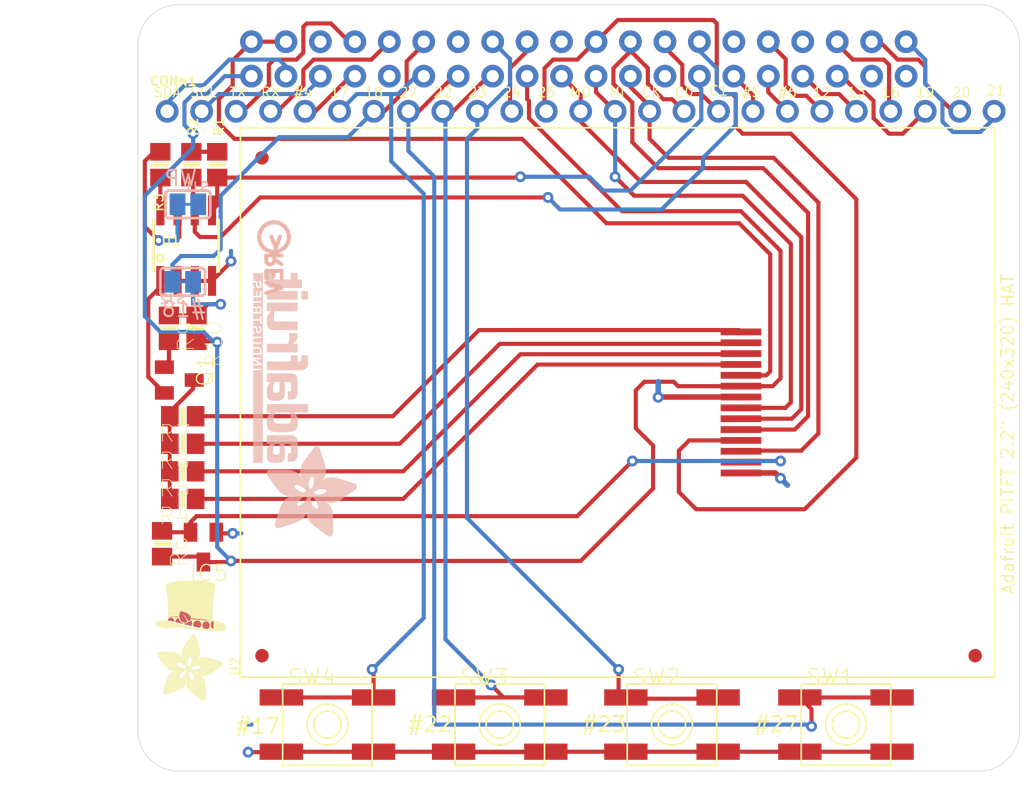
<source format=kicad_pcb>
(kicad_pcb (version 20211014) (generator pcbnew)
  (layers (0 "F.Cu" signal) (31 "B.Cu" signal) (34 "B.Paste" user) (35 "F.Paste" user) (36 "B.SilkS" user "B.Silkscreen") (37 "F.SilkS" user "F.Silkscreen") (38 "B.Mask" user) (39 "F.Mask" user) (44 "Edge.Cuts" user))
  (net 0 "")
  (net 1 "5.0V")
  (net 2 "GPIO4")
  (net 3 "GPIO17")
  (net 4 "GPIO27")
  (net 5 "GPIO22")
  (net 6 "SPI_MOSI")
  (net 7 "SPI_MISO")
  (net 8 "SPI_SCLK")
  (net 9 "GPIO5")
  (net 10 "GPIO6")
  (net 11 "GPIO13")
  (net 12 "GPIO19")
  (net 13 "GPIO26")
  (net 14 "3.3V")
  (net 15 "GND")
  (net 16 "GPIO18")
  (net 17 "GPIO24")
  (net 18 "SPI_CE0")
  (net 19 "EECLK")
  (net 20 "GPIO16")
  (net 21 "GPIO20")
  (net 22 "GPIO21")
  (net 23 "GPIO23")
  (net 24 "EEDATA")
  (net 25 "GPIO12")
  (net 26 "N$16")
  (net 27 "TFT_DC")
  (net 28 "TFT_RST")
  (net 29 "N$1")
  (net 30 "N$2")
  (net 31 "N$3")
  (net 32 "N$4")
  (net 33 "N$5")
  (net 34 "N$6")
  (net 35 "N$8")
  (net 36 "SDA")
  (net 37 "SCL")
  (net 38 "TXD")
  (net 39 "RXD")
  (net 40 "SPI_CE1")
  (footprint "boardEagle:EVQ-Q2" (layer "F.Cu") (at 155.3711 129.8246)
    (fp_text reference "SW2")
    (fp_text value "SPST_TACT-EVQQ2")
  )
  (footprint "boardEagle:EVQ-Q2" (layer "F.Cu") (at 142.6711 129.8246)
    (fp_text reference "SW3")
    (fp_text value "SPST_TACT-EVQQ2")
  )
  (footprint "boardEagle:FIDUCIAL_1MM" (layer "F.Cu") (at 125.1451 124.7446)
    (fp_text reference "FID1" hide)
    (fp_text value "FIDUCIAL\"\"" hide)
  )
  (footprint "boardEagle:0805-NO" (layer "F.Cu") (at 120.3191 100.6146 -90)
    (fp_text reference "R10")
    (fp_text value "1K")
  )
  (footprint "boardEagle:FIDUCIAL_1MM" (layer "F.Cu") (at 177.7231 124.7446)
    (fp_text reference "FID3" hide)
    (fp_text value "FIDUCIAL\"\"" hide)
  )
  (footprint "boardEagle:SOT23" (layer "F.Cu") (at 120.8271 116.7436 180)
    (fp_text reference "IC5")
    (fp_text value "AXP803")
  )
  (footprint "boardEagle:EVQ-Q2" (layer "F.Cu") (at 168.1981 129.8246)
    (fp_text reference "SW1")
    (fp_text value "SPST_TACT-EVQQ2")
  )
  (footprint "boardEagle:SOT23-BEC" (layer "F.Cu") (at 119.0491 104.4246 -90)
    (fp_text reference "Q1")
    (fp_text value "MMBT2222")
  )
  (footprint "boardEagle:SOIC8_150MIL" (layer "F.Cu") (at 119.5571 94.5186)
    (fp_text reference "U1")
    (fp_text value "CAT24C32")
  )
  (footprint "boardEagle:EVQ-Q2" (layer "F.Cu") (at 129.9711 129.8246)
    (fp_text reference "SW4")
    (fp_text value "SPST_TACT-EVQQ2")
  )
  (footprint "boardEagle:TM022HDH26_2.2IN_LCD" (layer "F.Cu") (at 149.2751 106.0756 90)
    (fp_text reference "U2")
    (fp_text value "2.2TFT")
  )
  (footprint "boardEagle:0805-NO" (layer "F.Cu") (at 119.3031 109.1236 180)
    (fp_text reference "R8")
    (fp_text value "100")
  )
  (footprint "boardEagle:FIDUCIAL_1MM" (layer "F.Cu") (at 125.1451 88.0416)
    (fp_text reference "FID2" hide)
    (fp_text value "FIDUCIAL\"\"" hide)
  )
  (footprint "boardEagle:0805-NO" (layer "F.Cu") (at 119.3031 113.1876 180)
    (fp_text reference "R4")
    (fp_text value "100")
  )
  (footprint "boardEagle:0805-NO" (layer "F.Cu") (at 117.7791 116.4896 -90)
    (fp_text reference "R6")
    (fp_text value "10K")
  )
  (footprint "boardEagle:0805-NO" (layer "F.Cu") (at 119.9381 88.5496 90)
    (fp_text reference "R2")
    (fp_text value "3.9K")
  )
  (footprint "boardEagle:ADAFRUIT_5MM" (layer "F.Cu") (at 117.3981 128.0466)
    (fp_text reference "U$1" hide)
    (fp_text value "" hide)
  )
  (footprint "boardEagle:0805-NO" (layer "F.Cu") (at 119.3031 111.1556 180)
    (fp_text reference "R5")
    (fp_text value "100")
  )
  (footprint "boardEagle:0805-NO" (layer "F.Cu") (at 119.3031 107.0916 180)
    (fp_text reference "R7")
    (fp_text value "100")
  )
  (footprint "boardEagle:PIHATLOGO" (layer "F.Cu") (at 117.2711 122.9666)
    (fp_text reference "U$4" hide)
    (fp_text value "" hide)
  )
  (footprint "boardEagle:PI_HAT_NOSLOTS" (layer "F.Cu") (at 116.0011 133.2536)
    (fp_text reference "RPI1" hide)
    (fp_text value "RASPBERRYPI_BPLUS_HATNOSLOTS" hide)
    (fp_line (start 62 -56.5) (end 3 -56.5) (layer "Edge.Cuts") (width 0.05))
    (fp_line (start 65 -3) (end 65 -53.5) (layer "Edge.Cuts") (width 0.05))
    (fp_line (start 0 -53.5) (end 0 -3) (layer "Edge.Cuts") (width 0.05))
    (fp_line (start 3 0) (end 62 0) (layer "Edge.Cuts") (width 0.05))
    (fp_arc (start 65 -3) (mid 64.12132 -0.87868) (end 62 0) (layer "Edge.Cuts") (width 0.05))
    (fp_arc (start 3 0) (mid 0.87868 -0.87868) (end 0 -3) (layer "Edge.Cuts") (width 0.05))
    (fp_arc (start 62 -56.5) (mid 64.12132 -55.62132) (end 65 -53.5) (layer "Edge.Cuts") (width 0.05))
    (fp_arc (start 0 -53.5) (mid 0.87868 -55.62132) (end 3 -56.5) (layer "Edge.Cuts") (width 0.05))
  )
  (footprint "boardEagle:1X25_ROUND_70MIL" (layer "F.Cu") (at 148.6401 84.6126)
    (fp_text reference "CONN1")
    (fp_text value "HEADER-1X25")
  )
  (footprint "boardEagle:0805-NO" (layer "F.Cu") (at 117.6521 88.5496 -90)
    (fp_text reference "R3")
    (fp_text value "3.9K")
  )
  (footprint "boardEagle:0805-NO" (layer "F.Cu") (at 121.8431 88.5496 90)
    (fp_text reference "R1")
    (fp_text value "3.9K")
  )
  (footprint "boardEagle:0805-NO" (layer "F.Cu") (at 118.2871 100.6146 -90)
    (fp_text reference "R9")
    (fp_text value "1K")
  )
  (footprint "boardEagle:PCBFEAT-REV-056" (layer "B.Cu") (at 126.0341 93.8836 -90)
    (fp_text reference "U$12" hide)
    (fp_text value "" hide)
  )
  (footprint "boardEagle:SOLDERJUMPER_CLOSEDWIRE" (layer "B.Cu") (at 119.6841 91.4706 180)
    (fp_text reference "SJ1")
    (fp_text value "WP")
  )
  (footprint "boardEagle:ADAFRUIT_TEXT_20MM" (layer "B.Cu") (at 124.5101 116.1086 90)
    (fp_text reference "U$3" hide)
    (fp_text value "" hide)
  )
  (footprint "boardEagle:SOLDERJUMPER_CLOSEDWIRE" (layer "B.Cu") (at 119.3031 97.1856)
    (fp_text reference "SJ2")
    (fp_text value "BACKLITE")
  )
  (gr_text "#18" (at 121.0811 99.8526) (layer "B.SilkS") (effects (font (size 1.1176 1.1176) (thickness 0.1524)) (justify left bottom mirror)))
  (gr_text "WP" (at 120.4461 90.2006) (layer "B.SilkS") (effects (font (size 1.1176 1.1176) (thickness 0.1524)) (justify left bottom mirror)))
  (gr_text "#5" (at 161.2131 83.2156) (layer "F.SilkS") (effects (font (size 0.715264 0.715264) (thickness 0.097536))))
  (gr_text "MO" (at 148.6401 83.2156) (layer "F.SilkS") (effects (font (size 0.715264 0.715264) (thickness 0.097536))))
  (gr_text "Adafruit PiTFT 2.2\" (240x320) HAT" (at 180.6441 120.2996 90) (layer "F.SilkS") (effects (font (size 0.89408 0.89408) (thickness 0.12192)) (justify left bottom)))
  (gr_text "25" (at 146.1001 83.2156) (layer "F.SilkS") (effects (font (size 0.715264 0.715264) (thickness 0.097536))))
  (gr_text "MI" (at 151.3071 83.2156) (layer "F.SilkS") (effects (font (size 0.715264 0.715264) (thickness 0.097536))))
  (gr_text "RX" (at 125.7801 83.2156) (layer "F.SilkS") (effects (font (size 0.715264 0.715264) (thickness 0.097536))))
  (gr_text "#23" (at 148.6401 130.4596) (layer "F.SilkS") (effects (font (size 1.1176 1.1176) (thickness 0.1524)) (justify left bottom)))
  (gr_text "SDA" (at 118.1601 83.2156) (layer "F.SilkS") (effects (font (size 0.715264 0.715264) (thickness 0.097536))))
  (gr_text "#22" (at 135.8131 130.4596) (layer "F.SilkS") (effects (font (size 1.1176 1.1176) (thickness 0.1524)) (justify left bottom)))
  (gr_text "12" (at 166.4201 83.2156) (layer "F.SilkS") (effects (font (size 0.715264 0.715264) (thickness 0.097536))))
  (gr_text "C0" (at 156.2601 83.2156) (layer "F.SilkS") (effects (font (size 0.715264 0.715264) (thickness 0.097536))))
  (gr_text "16" (at 171.5001 83.2156) (layer "F.SilkS") (effects (font (size 0.715264 0.715264) (thickness 0.097536))))
  (gr_text "CK" (at 153.8471 83.2156) (layer "F.SilkS") (effects (font (size 0.715264 0.715264) (thickness 0.097536))))
  (gr_text "27" (at 135.9401 83.2156) (layer "F.SilkS") (effects (font (size 0.715264 0.715264) (thickness 0.097536))))
  (gr_text "SCL" (at 120.8271 83.2156) (layer "F.SilkS") (effects (font (size 0.715264 0.715264) (thickness 0.097536))))
  (gr_text "TX" (at 123.3671 83.2156) (layer "F.SilkS") (effects (font (size 0.715264 0.715264) (thickness 0.097536))))
  (gr_text "20" (at 176.7071 83.2156) (layer "F.SilkS") (effects (font (size 0.715264 0.715264) (thickness 0.097536))))
  (gr_text "#17" (at 123.1131 130.5866) (layer "F.SilkS") (effects (font (size 1.1176 1.1176) (thickness 0.1524)) (justify left bottom)))
  (gr_text "C1" (at 158.8001 83.0886) (layer "F.SilkS") (effects (font (size 0.715264 0.715264) (thickness 0.097536))))
  (gr_text "24" (at 143.5601 83.2156) (layer "F.SilkS") (effects (font (size 0.715264 0.715264) (thickness 0.097536))))
  (gr_text "13" (at 168.9601 83.2156) (layer "F.SilkS") (effects (font (size 0.715264 0.715264) (thickness 0.097536))))
  (gr_text "#27" (at 161.3401 130.4596) (layer "F.SilkS") (effects (font (size 1.1176 1.1176) (thickness 0.1524)) (justify left bottom)))
  (gr_text "21" (at 179.2471 83.0886) (layer "F.SilkS") (effects (font (size 0.715264 0.715264) (thickness 0.097536))))
  (gr_text "17" (at 130.8601 83.2156) (layer "F.SilkS") (effects (font (size 0.715264 0.715264) (thickness 0.097536))))
  (gr_text "19" (at 174.0401 83.2156) (layer "F.SilkS") (effects (font (size 0.715264 0.715264) (thickness 0.097536))))
  (gr_text "23" (at 141.0201 83.2156) (layer "F.SilkS") (effects (font (size 0.715264 0.715264) (thickness 0.097536))))
  (gr_text "#6" (at 163.8801 83.2156) (layer "F.SilkS") (effects (font (size 0.715264 0.715264) (thickness 0.097536))))
  (gr_text "18" (at 133.4001 83.2156) (layer "F.SilkS") (effects (font (size 0.715264 0.715264) (thickness 0.097536))))
  (gr_text "#4" (at 128.1931 83.2156) (layer "F.SilkS") (effects (font (size 0.715264 0.715264) (thickness 0.097536))))
  (gr_text "22" (at 138.4801 83.2156) (layer "F.SilkS") (effects (font (size 0.715264 0.715264) (thickness 0.097536))))
  (segment (start 126.9111 79.4836) (end 124.3711 79.4836) (width 0.3048) (layer "F.Cu") (net 1))
  (segment (start 160.3241 92.8676) (end 150.5451 92.8676) (width 0.3048) (layer "F.Cu") (net 1))
  (segment (start 124.3711 79.4836) (end 122.9861 80.8686) (width 0.3048) (layer "F.Cu") (net 1))
  (segment (start 144.3221 86.6446) (end 150.5451 92.8676) (width 0.3048) (layer "F.Cu") (net 1))
  (segment (start 121.9701 83.7236) (end 121.9701 85.5016) (width 0.3048) (layer "F.Cu") (net 1))
  (segment (start 123.1131 86.6446) (end 144.3221 86.6446) (width 0.3048) (layer "F.Cu") (net 1))
  (segment (start 122.9861 80.8686) (end 122.9861 82.7076) (width 0.3048) (layer "F.Cu") (net 1))
  (segment (start 160.4591 104.0756) (end 162.3241 104.0756) (width 0.3048) (layer "F.Cu") (net 1))
  (segment (start 121.9701 85.5016) (end 123.1131 86.6446) (width 0.3048) (layer "F.Cu") (net 1))
  (segment (start 162.6101 103.7896) (end 162.6101 95.1536) (width 0.3048) (layer "F.Cu") (net 1))
  (segment (start 162.6101 95.1536) (end 160.3241 92.8676) (width 0.3048) (layer "F.Cu") (net 1))
  (segment (start 122.9861 82.7076) (end 121.9701 83.7236) (width 0.3048) (layer "F.Cu") (net 1))
  (segment (start 162.3241 104.0756) (end 162.6101 103.7896) (width 0.3048) (layer "F.Cu") (net 1))
  (segment (start 128.3201 84.6126) (end 129.0821 84.6126) (width 0.3048) (layer "F.Cu") (net 2))
  (segment (start 131.6711 82.0236) (end 131.9911 82.0236) (width 0.3048) (layer "F.Cu") (net 2))
  (segment (start 129.0821 84.6126) (end 131.6711 82.0236) (width 0.3048) (layer "F.Cu") (net 2))
  (segment (start 126.5711 127.8246) (end 133.3711 127.8246) (width 0.3048) (layer "F.Cu") (net 3))
  (segment (start 133.3711 127.8246) (end 133.3711 125.8586) (width 0.3048) (layer "F.Cu") (net 3))
  (segment (start 133.3711 125.8586) (end 133.2731 125.7606) (width 0.3048) (layer "F.Cu") (net 3))
  (via (at 133.2731 125.7606) (size 0.8001) (drill 0.3937) (layers "F.Cu" "B.Cu") (net 3))
  (segment (start 134.6701 83.3426) (end 135.1781 83.3426) (width 0.3048) (layer "B.Cu") (net 3))
  (segment (start 136.4971 82.0236) (end 137.0711 82.0236) (width 0.3048) (layer "B.Cu") (net 3))
  (segment (start 132.1301 83.3426) (end 134.6701 83.3426) (width 0.3048) (layer "B.Cu") (net 3))
  (segment (start 133.2731 125.7606) (end 137.0711 121.9626) (width 0.3048) (layer "B.Cu") (net 3))
  (segment (start 137.0711 121.9626) (end 137.0711 90.6966) (width 0.3048) (layer "B.Cu") (net 3))
  (segment (start 137.0711 90.6966) (end 134.6701 88.2956) (width 0.3048) (layer "B.Cu") (net 3))
  (segment (start 135.1781 83.3426) (end 136.4971 82.0236) (width 0.3048) (layer "B.Cu") (net 3))
  (segment (start 134.6701 88.2956) (end 134.6701 83.3426) (width 0.3048) (layer "B.Cu") (net 3))
  (segment (start 130.8601 84.6126) (end 132.1301 83.3426) (width 0.3048) (layer "B.Cu") (net 3))
  (segment (start 164.7981 127.8246) (end 165.6581 128.6846) (width 0.3048) (layer "F.Cu") (net 4))
  (segment (start 136.7021 84.6126) (end 138.8611 82.4536) (width 0.3048) (layer "F.Cu") (net 4))
  (segment (start 171.5981 127.8246) (end 164.7981 127.8246) (width 0.3048) (layer "F.Cu") (net 4))
  (segment (start 138.8611 82.4536) (end 139.1811 82.4536) (width 0.3048) (layer "F.Cu") (net 4))
  (segment (start 165.6581 128.6846) (end 165.6581 129.9516) (width 0.3048) (layer "F.Cu") (net 4))
  (segment (start 139.1811 82.4536) (end 139.6111 82.0236) (width 0.3048) (layer "F.Cu") (net 4))
  (segment (start 135.9401 84.6126) (end 136.7021 84.6126) (width 0.3048) (layer "F.Cu") (net 4))
  (via (at 165.6581 129.9516) (size 0.8001) (drill 0.3937) (layers "F.Cu" "B.Cu") (net 4))
  (segment (start 137.8451 129.6976) (end 137.8451 89.4386) (width 0.3048) (layer "B.Cu") (net 4))
  (segment (start 165.6581 129.9516) (end 165.5311 129.8246) (width 0.3048) (layer "B.Cu") (net 4))
  (segment (start 137.8451 89.4386) (end 135.9401 87.5336) (width 0.3048) (layer "B.Cu") (net 4))
  (segment (start 135.9401 87.5336) (end 135.9401 84.6126) (width 0.3048) (layer "B.Cu") (net 4))
  (segment (start 137.9721 129.8246) (end 137.8451 129.6976) (width 0.3048) (layer "B.Cu") (net 4))
  (segment (start 165.5311 129.8246) (end 137.9721 129.8246) (width 0.3048) (layer "B.Cu") (net 4))
  (segment (start 141.7211 82.4536) (end 142.1511 82.0236) (width 0.3048) (layer "F.Cu") (net 5))
  (segment (start 139.2711 127.8246) (end 146.0711 127.8246) (width 0.3048) (layer "F.Cu") (net 5))
  (segment (start 146.0711 127.8246) (end 142.9571 127.8246) (width 0.3048) (layer "F.Cu") (net 5))
  (segment (start 138.4801 84.6126) (end 139.2421 84.6126) (width 0.3048) (layer "F.Cu") (net 5))
  (segment (start 142.9571 127.8246) (end 142.0361 126.9036) (width 0.3048) (layer "F.Cu") (net 5))
  (segment (start 139.2421 84.6126) (end 141.4011 82.4536) (width 0.3048) (layer "F.Cu") (net 5))
  (segment (start 141.4011 82.4536) (end 141.7211 82.4536) (width 0.3048) (layer "F.Cu") (net 5))
  (via (at 142.0361 126.9036) (size 0.8001) (drill 0.3937) (layers "F.Cu" "B.Cu") (net 5))
  (segment (start 142.0361 126.9036) (end 138.6706 123.5381) (width 0.3048) (layer "B.Cu") (net 5))
  (segment (start 138.6706 84.6126) (end 138.4801 84.6126) (width 0.3048) (layer "B.Cu") (net 5))
  (segment (start 138.6706 123.5381) (end 138.6706 84.6126) (width 0.3048) (layer "B.Cu") (net 5))
  (segment (start 148.6401 83.4326) (end 148.6401 84.6126) (width 0.3048) (layer "F.Cu") (net 6))
  (segment (start 153.0851 89.8196) (end 148.6401 85.3746) (width 0.3048) (layer "F.Cu") (net 6))
  (segment (start 147.2311 82.0236) (end 148.6401 83.4326) (width 0.3048) (layer "F.Cu") (net 6))
  (segment (start 148.6401 85.3746) (end 148.6401 84.6126) (width 0.3048) (layer "F.Cu") (net 6))
  (segment (start 160.4591 107.2756) (end 164.2041 107.2756) (width 0.3048) (layer "F.Cu") (net 6))
  (segment (start 164.8961 106.5836) (end 164.8961 93.8836) (width 0.3048) (layer "F.Cu") (net 6))
  (segment (start 164.2041 107.2756) (end 164.8961 106.5836) (width 0.3048) (layer "F.Cu") (net 6))
  (segment (start 164.8961 93.8836) (end 160.8321 89.8196) (width 0.3048) (layer "F.Cu") (net 6))
  (segment (start 160.8321 89.8196) (end 153.0851 89.8196) (width 0.3048) (layer "F.Cu") (net 6))
  (segment (start 164.1341 106.0756) (end 164.1341 94.3916) (width 0.3048) (layer "F.Cu") (net 7))
  (segment (start 163.7341 106.4756) (end 164.1341 106.0756) (width 0.3048) (layer "F.Cu") (net 7))
  (segment (start 160.5781 90.8356) (end 152.5771 90.8356) (width 0.3048) (layer "F.Cu") (net 7))
  (segment (start 164.1341 94.3916) (end 160.5781 90.8356) (width 0.3048) (layer "F.Cu") (net 7))
  (segment (start 149.7711 83.2036) (end 151.1801 84.6126) (width 0.3048) (layer "F.Cu") (net 7))
  (segment (start 160.4591 106.4756) (end 163.7341 106.4756) (width 0.3048) (layer "F.Cu") (net 7))
  (segment (start 152.5771 90.8356) (end 151.1801 89.4386) (width 0.3048) (layer "F.Cu") (net 7))
  (segment (start 149.7711 82.0236) (end 149.7711 83.2036) (width 0.3048) (layer "F.Cu") (net 7))
  (via (at 151.1801 89.4386) (size 0.8001) (drill 0.3937) (layers "F.Cu" "B.Cu") (net 7))
  (segment (start 151.1801 89.4386) (end 151.1801 84.6126) (width 0.3048) (layer "B.Cu") (net 7))
  (segment (start 153.7201 84.2316) (end 153.7201 84.6126) (width 0.3048) (layer "F.Cu") (net 8))
  (segment (start 153.7201 86.6446) (end 153.7201 84.6126) (width 0.3048) (layer "F.Cu") (net 8))
  (segment (start 166.1661 91.3436) (end 162.8641 88.0416) (width 0.3048) (layer "F.Cu") (net 8))
  (segment (start 152.3111 82.0236) (end 152.3111 82.8226) (width 0.3048) (layer "F.Cu") (net 8))
  (segment (start 162.8641 88.0416) (end 155.1171 88.0416) (width 0.3048) (layer "F.Cu") (net 8))
  (segment (start 166.1661 108.3616) (end 166.1661 91.3436) (width 0.3048) (layer "F.Cu") (net 8))
  (segment (start 152.3111 82.8226) (end 153.7201 84.2316) (width 0.3048) (layer "F.Cu") (net 8))
  (segment (start 166.1661 108.3616) (end 164.8961 109.6316) (width 0.3048) (layer "F.Cu") (net 8))
  (segment (start 155.1171 88.0416) (end 153.7201 86.6446) (width 0.3048) (layer "F.Cu") (net 8))
  (segment (start 160.5031 109.6316) (end 160.4591 109.6756) (width 0.3048) (layer "F.Cu") (net 8))
  (segment (start 164.8961 109.6316) (end 160.5031 109.6316) (width 0.3048) (layer "F.Cu") (net 8))
  (segment (start 161.3401 84.6126) (end 161.3401 83.4326) (width 0.3048) (layer "F.Cu") (net 9))
  (segment (start 161.3401 83.4326) (end 159.9311 82.0236) (width 0.3048) (layer "F.Cu") (net 9))
  (segment (start 162.4711 83.2036) (end 163.8801 84.6126) (width 0.3048) (layer "F.Cu") (net 10))
  (segment (start 162.4711 82.0236) (end 162.4711 83.2036) (width 0.3048) (layer "F.Cu") (net 10))
  (segment (start 166.4201 83.3426) (end 165.1011 82.0236) (width 0.3048) (layer "F.Cu") (net 11))
  (segment (start 165.1011 82.0236) (end 165.0111 82.0236) (width 0.3048) (layer "F.Cu") (net 11))
  (segment (start 168.9601 84.6126) (end 167.6901 83.3426) (width 0.3048) (layer "F.Cu") (net 11))
  (segment (start 167.6901 83.3426) (end 166.4201 83.3426) (width 0.3048) (layer "F.Cu") (net 11))
  (segment (start 172.3891 86.2636) (end 171.3731 86.2636) (width 0.3048) (layer "F.Cu") (net 12))
  (segment (start 171.3731 86.2636) (end 170.2301 85.1206) (width 0.3048) (layer "F.Cu") (net 12))
  (segment (start 174.0401 84.6126) (end 172.3891 86.2636) (width 0.3048) (layer "F.Cu") (net 12))
  (segment (start 169.0871 83.2156) (end 167.8951 82.0236) (width 0.3048) (layer "F.Cu") (net 12))
  (segment (start 170.2301 83.8506) (end 169.5951 83.2156) (width 0.3048) (layer "F.Cu") (net 12))
  (segment (start 167.8951 82.0236) (end 167.5511 82.0236) (width 0.3048) (layer "F.Cu") (net 12))
  (segment (start 169.5951 83.2156) (end 169.0871 83.2156) (width 0.3048) (layer "F.Cu") (net 12))
  (segment (start 170.2301 85.1206) (end 170.2301 83.8506) (width 0.3048) (layer "F.Cu") (net 12))
  (segment (start 153.9741 112.4256) (end 148.6401 117.7596) (width 0.3048) (layer "F.Cu") (net 14))
  (segment (start 120.0651 87.2796) (end 119.9381 87.4066) (width 0.3048) (layer "F.Cu") (net 14))
  (segment (start 160.4591 104.8756) (end 162.7941 104.8756) (width 0.3048) (layer "F.Cu") (net 14))
  (segment (start 144.8301 83.8506) (end 144.6911 83.7116) (width 0.3048) (layer "F.Cu") (net 14))
  (segment (start 117.6521 91.9186) (end 117.6521 89.4996) (width 0.3048) (layer "F.Cu") (net 14))
  (segment (start 120.8271 117.8436) (end 122.7751 117.8436) (width 0.3048) (layer "F.Cu") (net 14))
  (segment (start 144.6911 83.7116) (end 144.6911 82.0236) (width 0.3048) (layer "F.Cu") (net 14))
  (segment (start 121.8431 101.6306) (end 121.7771 101.5646) (width 0.3048) (layer "F.Cu") (net 14))
  (segment (start 122.7751 117.8436) (end 122.8591 117.7596) (width 0.3048) (layer "F.Cu") (net 14))
  (segment (start 119.9381 87.5996) (end 121.8431 87.5996) (width 0.3048) (layer "F.Cu") (net 14))
  (segment (start 119.9381 87.4066) (end 119.9381 87.5996) (width 0.3048) (layer "F.Cu") (net 14))
  (segment (start 117.6521 89.4996) (end 117.8451 89.4996) (width 0.3048) (layer "F.Cu") (net 14))
  (segment (start 153.3391 104.5516) (end 152.7041 105.1866) (width 0.3048) (layer "F.Cu") (net 14))
  (segment (start 151.6881 91.9786) (end 144.8301 85.1206) (width 0.3048) (layer "F.Cu") (net 14))
  (segment (start 163.3721 94.8996) (end 160.4511 91.9786) (width 0.3048) (layer "F.Cu") (net 14))
  (segment (start 119.8771 88.0416) (end 119.8771 87.5996) (width 0.3048) (layer "F.Cu") (net 14))
  (segment (start 144.8301 85.1206) (end 144.8301 83.8506) (width 0.3048) (layer "F.Cu") (net 14))
  (segment (start 121.7771 101.5646) (end 120.3191 101.5646) (width 0.3048) (layer "F.Cu") (net 14))
  (segment (start 160.4591 104.8756) (end 155.8221 104.8756) (width 0.3048) (layer "F.Cu") (net 14))
  (segment (start 153.9741 109.2506) (end 153.9741 112.4256) (width 0.3048) (layer "F.Cu") (net 14))
  (segment (start 119.3031 88.0416) (end 119.8771 88.0416) (width 0.3048) (layer "F.Cu") (net 14))
  (segment (start 117.8451 89.4996) (end 119.3031 88.0416) (width 0.3048) (layer "F.Cu") (net 14))
  (segment (start 155.8221 104.8756) (end 155.4981 104.5516) (width 0.3048) (layer "F.Cu") (net 14))
  (segment (start 163.3721 104.2976) (end 163.3721 94.8996) (width 0.3048) (layer "F.Cu") (net 14))
  (segment (start 152.7041 107.9806) (end 153.9741 109.2506) (width 0.3048) (layer "F.Cu") (net 14))
  (segment (start 119.8771 87.5996) (end 119.9381 87.5996) (width 0.3048) (layer "F.Cu") (net 14))
  (segment (start 120.4231 117.4396) (end 117.7791 117.4396) (width 0.3048) (layer "F.Cu") (net 14))
  (segment (start 120.8271 117.8436) (end 120.4231 117.4396) (width 0.3048) (layer "F.Cu") (net 14))
  (segment (start 162.7941 104.8756) (end 163.3721 104.2976) (width 0.3048) (layer "F.Cu") (net 14))
  (segment (start 152.7041 105.1866) (end 152.7041 107.9806) (width 0.3048) (layer "F.Cu") (net 14))
  (segment (start 120.0651 86.2636) (end 120.0651 87.2796) (width 0.3048) (layer "F.Cu") (net 14))
  (segment (start 148.6401 117.7596) (end 122.8591 117.7596) (width 0.3048) (layer "F.Cu") (net 14))
  (segment (start 155.4981 104.5516) (end 153.3391 104.5516) (width 0.3048) (layer "F.Cu") (net 14))
  (segment (start 160.4511 91.9786) (end 151.6881 91.9786) (width 0.3048) (layer "F.Cu") (net 14))
  (via (at 122.8591 117.7596) (size 0.8001) (drill 0.3937) (layers "F.Cu" "B.Cu") (net 14))
  (via (at 121.8431 101.6306) (size 0.8001) (drill 0.3937) (layers "F.Cu" "B.Cu") (net 14))
  (via (at 120.0651 86.2636) (size 0.8001) (drill 0.3937) (layers "F.Cu" "B.Cu") (net 14))
  (segment (start 120.8271 100.8686) (end 117.6521 100.8686) (width 0.3048) (layer "B.Cu") (net 14))
  (segment (start 121.8431 101.8846) (end 120.8271 100.8686) (width 0.3048) (layer "B.Cu") (net 14))
  (segment (start 121.8431 101.8846) (end 121.8431 101.6306) (width 0.3048) (layer "B.Cu") (net 14))
  (segment (start 120.0651 87.2796) (end 120.0651 86.2636) (width 0.3048) (layer "B.Cu") (net 14))
  (segment (start 122.8591 117.7596) (end 121.8431 116.7436) (width 0.3048) (layer "B.Cu") (net 14))
  (segment (start 121.0811 83.3426) (end 122.4001 82.0236) (width 0.3048) (layer "B.Cu") (net 14))
  (segment (start 116.5091 99.7256) (end 116.5091 90.8356) (width 0.3048) (layer "B.Cu") (net 14))
  (segment (start 119.4301 83.9776) (end 120.0651 83.3426) (width 0.3048) (layer "B.Cu") (net 14))
  (segment (start 119.4301 85.6286) (end 120.0651 86.2636) (width 0.3048) (layer "B.Cu") (net 14))
  (segment (start 122.4001 82.0236) (end 124.3711 82.0236) (width 0.3048) (layer "B.Cu") (net 14))
  (segment (start 116.5091 90.8356) (end 120.0651 87.2796) (width 0.3048) (layer "B.Cu") (net 14))
  (segment (start 120.0651 83.3426) (end 121.0811 83.3426) (width 0.3048) (layer "B.Cu") (net 14))
  (segment (start 121.8431 116.7436) (end 121.8431 101.8846) (width 0.3048) (layer "B.Cu") (net 14))
  (segment (start 117.6521 100.8686) (end 116.5091 99.7256) (width 0.3048) (layer "B.Cu") (net 14))
  (segment (start 119.4301 83.9776) (end 119.4301 85.6286) (width 0.3048) (layer "B.Cu") (net 14))
  (segment (start 151.9711 131.8246) (end 158.7711 131.8246) (width 0.3048) (layer "F.Cu") (net 15))
  (segment (start 139.2711 131.8246) (end 146.0711 131.8246) (width 0.3048) (layer "F.Cu") (net 15))
  (segment (start 162.9841 111.2756) (end 163.3721 111.6636) (width 0.4064) (layer "F.Cu") (net 15))
  (segment (start 146.7671 131.8246) (end 151.9711 131.8246) (width 0.3048) (layer "F.Cu") (net 15))
  (segment (start 116.7631 98.4556) (end 117.6521 97.5666) (width 0.3048) (layer "F.Cu") (net 15))
  (segment (start 126.5391 131.8566) (end 124.1291 131.8566) (width 0.3048) (layer "F.Cu") (net 15))
  (segment (start 122.8591 95.7216) (end 122.8591 95.6616) (width 0.3048) (layer "F.Cu") (net 15))
  (segment (start 133.3711 131.8246) (end 139.2711 131.8246) (width 0.3048) (layer "F.Cu") (net 15))
  (segment (start 146.7351 131.8566) (end 146.7671 131.8246) (width 0.3048) (layer "F.Cu") (net 15))
  (segment (start 117.9491 105.3746) (end 116.7631 104.1886) (width 0.3048) (layer "F.Cu") (net 15))
  (segment (start 139.2711 131.8246) (end 139.3031 131.8566) (width 0.3048) (layer "F.Cu") (net 15))
  (segment (start 160.4591 111.2756) (end 162.9841 111.2756) (width 0.4064) (layer "F.Cu") (net 15))
  (segment (start 117.6521 97.5666) (end 117.6521 97.1186) (width 0.3048) (layer "F.Cu") (net 15))
  (segment (start 118.9221 97.1186) (end 120.1921 97.1186) (width 0.3048) (layer "F.Cu") (net 15))
  (segment (start 121.4621 97.1186) (end 122.8591 95.7216) (width 0.3048) (layer "F.Cu") (net 15))
  (segment (start 126.5711 131.8246) (end 133.3711 131.8246) (width 0.3048) (layer "F.Cu") (net 15))
  (segment (start 154.3741 105.6756) (end 154.3551 105.6946) (width 0.4064) (layer "F.Cu") (net 15))
  (segment (start 158.7711 131.8246) (end 164.7981 131.8246) (width 0.3048) (layer "F.Cu") (net 15))
  (segment (start 139.3031 131.8566) (end 146.7351 131.8566) (width 0.3048) (layer "F.Cu") (net 15))
  (segment (start 160.4591 105.6756) (end 154.3741 105.6756) (width 0.4064) (layer "F.Cu") (net 15))
  (segment (start 121.7771 115.6436) (end 121.8611 115.7276) (width 0.3048) (layer "F.Cu") (net 15))
  (segment (start 126.5711 131.8246) (end 126.5391 131.8566) (width 0.3048) (layer "F.Cu") (net 15))
  (segment (start 121.8611 115.7276) (end 122.9861 115.7276) (width 0.3048) (layer "F.Cu") (net 15))
  (segment (start 164.7981 131.8246) (end 171.5981 131.8246) (width 0.3048) (layer "F.Cu") (net 15))
  (segment (start 116.7631 104.1886) (end 116.7631 98.4556) (width 0.3048) (layer "F.Cu") (net 15))
  (segment (start 117.6521 97.1186) (end 118.9221 97.1186) (width 0.3048) (layer "F.Cu") (net 15))
  (segment (start 120.1921 97.1186) (end 121.4621 97.1186) (width 0.3048) (layer "F.Cu") (net 15))
  (via (at 154.3551 105.6946) (size 0.8001) (drill 0.3937) (layers "F.Cu" "B.Cu") (net 15))
  (via (at 122.9861 115.7276) (size 0.8001) (drill 0.3937) (layers "F.Cu" "B.Cu") (net 15))
  (via (at 122.8591 95.6616) (size 0.8001) (drill 0.3937) (layers "F.Cu" "B.Cu") (net 15))
  (via (at 163.3721 111.6636) (size 0.8001) (drill 0.3937) (layers "F.Cu" "B.Cu") (net 15))
  (via (at 124.1291 131.8566) (size 0.8001) (drill 0.3937) (layers "F.Cu" "B.Cu") (net 15))
  (segment (start 122.8591 95.6616) (end 122.8591 94.8996) (width 0.3048) (layer "B.Cu") (net 15))
  (segment (start 124.3831 129.8246) (end 124.1291 129.8246) (width 0.3048) (layer "B.Cu") (net 15))
  (segment (start 163.3721 111.6636) (end 163.8801 112.1716) (width 0.4064) (layer "B.Cu") (net 15))
  (segment (start 154.3551 105.6946) (end 154.3551 104.5516) (width 0.4064) (layer "B.Cu") (net 15))
  (segment (start 122.9861 115.7276) (end 123.6211 115.7276) (width 0.3048) (layer "B.Cu") (net 15))
  (segment (start 133.4001 84.6126) (end 134.1621 84.6126) (width 0.3048) (layer "F.Cu") (net 16))
  (segment (start 137.0711 79.6716) (end 137.0711 79.4836) (width 0.3048) (layer "F.Cu") (net 16))
  (segment (start 135.8131 80.9296) (end 137.0711 79.6716) (width 0.3048) (layer "F.Cu") (net 16))
  (segment (start 134.1621 84.6126) (end 135.8131 82.9616) (width 0.3048) (layer "F.Cu") (net 16))
  (segment (start 135.8131 82.9616) (end 135.8131 80.9296) (width 0.3048) (layer "F.Cu") (net 16))
  (segment (start 131.4951 86.5176) (end 133.4001 84.6126) (width 0.3048) (layer "B.Cu") (net 16))
  (segment (start 119.1761 95.2806) (end 118.5411 95.9156) (width 0.3048) (layer "B.Cu") (net 16))
  (segment (start 122.0971 94.7726) (end 122.0971 90.8356) (width 0.3048) (layer "B.Cu") (net 16))
  (segment (start 126.4151 86.5176) (end 131.4951 86.5176) (width 0.3048) (layer "B.Cu") (net 16))
  (segment (start 122.0971 90.8356) (end 126.4151 86.5176) (width 0.3048) (layer "B.Cu") (net 16))
  (segment (start 118.5411 95.9156) (end 118.5411 97.1856) (width 0.3048) (layer "B.Cu") (net 16))
  (segment (start 118.5411 97.1856) (end 118.2871 96.9316) (width 0.3048) (layer "B.Cu") (net 16))
  (segment (start 122.0971 94.7726) (end 121.5891 95.2806) (width 0.3048) (layer "B.Cu") (net 16))
  (segment (start 121.5891 95.2806) (end 119.1761 95.2806) (width 0.3048) (layer "B.Cu") (net 16))
  (segment (start 143.4331 81.4376) (end 144.6911 80.1796) (width 0.3048) (layer "F.Cu") (net 17))
  (segment (start 143.5601 84.6126) (end 143.4331 84.4856) (width 0.3048) (layer "F.Cu") (net 17))
  (segment (start 144.6911 80.1796) (end 144.6911 79.4836) (width 0.3048) (layer "F.Cu") (net 17))
  (segment (start 143.4331 84.4856) (end 143.4331 81.4376) (width 0.3048) (layer "F.Cu") (net 17))
  (segment (start 152.3111 80.1796) (end 152.3111 80.1556) (width 0.3048) (layer "F.Cu") (net 18))
  (segment (start 151.0531 82.5806) (end 151.0531 81.4376) (width 0.3048) (layer "F.Cu") (net 18))
  (segment (start 151.0531 81.4376) (end 152.3111 80.1796) (width 0.3048) (layer "F.Cu") (net 18))
  (segment (start 154.3551 88.8036) (end 152.4501 86.8986) (width 0.3048) (layer "F.Cu") (net 18))
  (segment (start 152.3111 79.4836) (end 152.3111 80.1556) (width 0.3048) (layer "F.Cu") (net 18))
  (segment (start 153.5931 82.5806) (end 154.7361 83.7236) (width 0.3048) (layer "F.Cu") (net 18))
  (segment (start 164.4201 108.0756) (end 165.4041 107.0916) (width 0.3048) (layer "F.Cu") (net 18))
  (segment (start 152.4501 86.8986) (end 152.4501 83.9776) (width 0.3048) (layer "F.Cu") (net 18))
  (segment (start 165.4041 92.1056) (end 162.1021 88.8036) (width 0.3048) (layer "F.Cu") (net 18))
  (segment (start 152.3111 80.1556) (end 153.5931 81.4376) (width 0.3048) (layer "F.Cu") (net 18))
  (segment (start 154.7361 83.7236) (end 155.3711 83.7236) (width 0.3048) (layer "F.Cu") (net 18))
  (segment (start 165.4041 107.0916) (end 165.4041 92.1056) (width 0.3048) (layer "F.Cu") (net 18))
  (segment (start 162.1021 88.8036) (end 154.3551 88.8036) (width 0.3048) (layer "F.Cu") (net 18))
  (segment (start 160.4591 108.0756) (end 164.4201 108.0756) (width 0.3048) (layer "F.Cu") (net 18))
  (segment (start 152.4501 83.9776) (end 151.0531 82.5806) (width 0.3048) (layer "F.Cu") (net 18))
  (segment (start 153.5931 81.4376) (end 153.5931 82.5806) (width 0.3048) (layer "F.Cu") (net 18))
  (segment (start 155.3711 83.7236) (end 156.2601 84.6126) (width 0.3048) (layer "F.Cu") (net 18))
  (segment (start 122.0971 93.8836) (end 125.0181 90.9626) (width 0.3048) (layer "F.Cu") (net 19))
  (segment (start 120.1921 93.5026) (end 120.5731 93.8836) (width 0.3048) (layer "F.Cu") (net 19))
  (segment (start 125.0181 90.9626) (end 146.2271 90.9626) (width 0.3048) (layer "F.Cu") (net 19))
  (segment (start 120.1921 91.9186) (end 120.1921 93.5026) (width 0.3048) (layer "F.Cu") (net 19))
  (segment (start 120.5731 93.8836) (end 122.0971 93.8836) (width 0.3048) (layer "F.Cu") (net 19))
  (segment (start 120.1921 91.9186) (end 120.0651 91.7916) (width 0.3048) (layer "F.Cu") (net 19))
  (segment (start 120.0651 91.7916) (end 120.0651 89.5656) (width 0.3048) (layer "F.Cu") (net 19))
  (segment (start 119.9381 89.4386) (end 119.9381 89.4996) (width 0.3048) (layer "F.Cu") (net 19))
  (segment (start 120.0651 89.5656) (end 119.9381 89.4386) (width 0.3048) (layer "F.Cu") (net 19))
  (via (at 146.2271 90.9626) (size 0.8001) (drill 0.3937) (layers "F.Cu" "B.Cu") (net 19))
  (segment (start 157.6571 88.0416) (end 157.6571 88.8036) (width 0.3048) (layer "B.Cu") (net 19))
  (segment (start 147.1161 91.8516) (end 154.6091 91.8516) (width 0.3048) (layer "B.Cu") (net 19))
  (segment (start 160.0701 83.3426) (end 160.0701 85.6286) (width 0.3048) (layer "B.Cu") (net 19))
  (segment (start 160.0701 85.6286) (end 157.6571 88.0416) (width 0.3048) (layer "B.Cu") (net 19))
  (segment (start 154.6091 91.8516) (end 157.6571 88.8036) (width 0.3048) (layer "B.Cu") (net 19))
  (segment (start 158.6731 81.4376) (end 157.3911 80.1556) (width 0.3048) (layer "B.Cu") (net 19))
  (segment (start 158.6731 82.9616) (end 158.6731 81.4376) (width 0.3048) (layer "B.Cu") (net 19))
  (segment (start 146.2271 90.9626) (end 147.1161 91.8516) (width 0.3048) (layer "B.Cu") (net 19))
  (segment (start 157.3911 80.1556) (end 157.3911 79.4836) (width 0.3048) (layer "B.Cu") (net 19))
  (segment (start 159.0541 83.3426) (end 160.0701 83.3426) (width 0.3048) (layer "B.Cu") (net 19))
  (segment (start 158.6731 82.9616) (end 159.0541 83.3426) (width 0.3048) (layer "B.Cu") (net 19))
  (segment (start 171.3731 81.1836) (end 170.9921 80.8026) (width 0.3048) (layer "F.Cu") (net 20))
  (segment (start 168.7061 80.8026) (end 167.5511 79.6476) (width 0.3048) (layer "F.Cu") (net 20))
  (segment (start 171.3731 84.4856) (end 171.3731 81.1836) (width 0.3048) (layer "F.Cu") (net 20))
  (segment (start 170.9921 80.8026) (end 168.7061 80.8026) (width 0.3048) (layer "F.Cu") (net 20))
  (segment (start 167.5511 79.6476) (end 167.5511 79.4836) (width 0.3048) (layer "F.Cu") (net 20))
  (segment (start 171.5001 84.6126) (end 171.3731 84.4856) (width 0.3048) (layer "F.Cu") (net 20))
  (segment (start 173.5321 80.8026) (end 174.0401 81.3106) (width 0.3048) (layer "F.Cu") (net 21))
  (segment (start 176.0721 84.6126) (end 176.5801 84.6126) (width 0.3048) (layer "F.Cu") (net 21))
  (segment (start 170.6891 79.4836) (end 172.0081 80.8026) (width 0.3048) (layer "F.Cu") (net 21))
  (segment (start 174.0401 81.3106) (end 174.0401 82.5806) (width 0.3048) (layer "F.Cu") (net 21))
  (segment (start 174.0401 82.5806) (end 176.0721 84.6126) (width 0.3048) (layer "F.Cu") (net 21))
  (segment (start 170.0911 79.4836) (end 170.6891 79.4836) (width 0.3048) (layer "F.Cu") (net 21))
  (segment (start 172.0081 80.8026) (end 173.5321 80.8026) (width 0.3048) (layer "F.Cu") (net 21))
  (segment (start 175.3101 85.3746) (end 176.0721 86.1366) (width 0.3048) (layer "B.Cu") (net 22))
  (segment (start 174.0401 80.8026) (end 174.0401 82.5806) (width 0.3048) (layer "B.Cu") (net 22))
  (segment (start 179.1201 85.1206) (end 179.1201 84.6126) (width 0.3048) (layer "B.Cu") (net 22))
  (segment (start 172.7211 79.4836) (end 174.0401 80.8026) (width 0.3048) (layer "B.Cu") (net 22))
  (segment (start 174.0401 82.5806) (end 175.3101 83.8506) (width 0.3048) (layer "B.Cu") (net 22))
  (segment (start 175.3101 83.8506) (end 175.3101 85.3746) (width 0.3048) (layer "B.Cu") (net 22))
  (segment (start 172.6311 79.4836) (end 172.7211 79.4836) (width 0.3048) (layer "B.Cu") (net 22))
  (segment (start 178.1041 86.1366) (end 179.1201 85.1206) (width 0.3048) (layer "B.Cu") (net 22))
  (segment (start 176.0721 86.1366) (end 178.1041 86.1366) (width 0.3048) (layer "B.Cu") (net 22))
  (segment (start 152.4501 127.9196) (end 152.3551 127.8246) (width 0.3048) (layer "F.Cu") (net 23))
  (segment (start 158.7711 127.8246) (end 158.6761 127.9196) (width 0.3048) (layer "F.Cu") (net 23))
  (segment (start 158.6761 127.9196) (end 152.4501 127.9196) (width 0.3048) (layer "F.Cu") (net 23))
  (segment (start 152.3551 127.8246) (end 151.9711 127.8246) (width 0.3048) (layer "F.Cu") (net 23))
  (segment (start 151.4341 127.2876) (end 151.4341 125.7606) (width 0.3048) (layer "F.Cu") (net 23))
  (segment (start 151.9711 127.8246) (end 151.4341 127.2876) (width 0.3048) (layer "F.Cu") (net 23))
  (via (at 151.4341 125.7606) (size 0.8001) (drill 0.3937) (layers "F.Cu" "B.Cu") (net 23))
  (segment (start 151.4341 125.7606) (end 140.2581 114.5846) (width 0.3048) (layer "B.Cu") (net 23))
  (segment (start 141.5281 84.6126) (end 141.0201 84.6126) (width 0.3048) (layer "B.Cu") (net 23))
  (segment (start 142.1511 79.4836) (end 143.4331 80.7656) (width 0.3048) (layer "B.Cu") (net 23))
  (segment (start 140.2581 86.6446) (end 141.0201 85.8826) (width 0.3048) (layer "B.Cu") (net 23))
  (segment (start 143.4331 80.7656) (end 143.4331 82.7076) (width 0.3048) (layer "B.Cu") (net 23))
  (segment (start 141.0201 85.8826) (end 141.0201 84.6126) (width 0.3048) (layer "B.Cu") (net 23))
  (segment (start 143.4331 82.7076) (end 141.5281 84.6126) (width 0.3048) (layer "B.Cu") (net 23))
  (segment (start 140.2581 114.5846) (end 140.2581 86.6446) (width 0.3048) (layer "B.Cu") (net 23))
  (segment (start 121.8431 91.5376) (end 121.8431 89.4996) (width 0.3048) (layer "F.Cu") (net 24))
  (segment (start 144.2561 89.4996) (end 121.8431 89.4996) (width 0.3048) (layer "F.Cu") (net 24))
  (segment (start 144.1951 89.4386) (end 144.2561 89.4996) (width 0.3048) (layer "F.Cu") (net 24))
  (segment (start 121.4621 91.9186) (end 121.8431 91.5376) (width 0.3048) (layer "F.Cu") (net 24))
  (via (at 144.1951 89.4386) (size 0.8001) (drill 0.3937) (layers "F.Cu" "B.Cu") (net 24))
  (segment (start 157.4031 82.8346) (end 157.5301 82.9616) (width 0.3048) (layer "B.Cu") (net 24))
  (segment (start 157.5301 82.9616) (end 157.5301 85.2476) (width 0.3048) (layer "B.Cu") (net 24))
  (segment (start 149.2751 89.4386) (end 144.1951 89.4386) (width 0.3048) (layer "B.Cu") (net 24))
  (segment (start 157.5301 85.2476) (end 152.3231 90.4546) (width 0.3048) (layer "B.Cu") (net 24))
  (segment (start 152.3231 90.4546) (end 150.2911 90.4546) (width 0.3048) (layer "B.Cu") (net 24))
  (segment (start 157.4031 82.0236) (end 157.3911 82.0236) (width 0.3048) (layer "B.Cu") (net 24))
  (segment (start 150.2911 90.4546) (end 149.2751 89.4386) (width 0.3048) (layer "B.Cu") (net 24))
  (segment (start 157.4031 82.8346) (end 157.4031 82.0236) (width 0.3048) (layer "B.Cu") (net 24))
  (segment (start 162.4711 79.4836) (end 163.7531 80.7656) (width 0.3048) (layer "F.Cu") (net 25))
  (segment (start 163.7531 82.7076) (end 164.5151 83.4696) (width 0.3048) (layer "F.Cu") (net 25))
  (segment (start 163.7531 80.7656) (end 163.7531 82.7076) (width 0.3048) (layer "F.Cu") (net 25))
  (segment (start 164.5151 83.4696) (end 165.2771 83.4696) (width 0.3048) (layer "F.Cu") (net 25))
  (segment (start 165.2771 83.4696) (end 166.4201 84.6126) (width 0.3048) (layer "F.Cu") (net 25))
  (segment (start 119.0491 93.8836) (end 119.0491 92.0456) (width 0.3048) (layer "F.Cu") (net 26))
  (segment (start 118.7951 94.1376) (end 119.0491 93.8836) (width 0.3048) (layer "F.Cu") (net 26))
  (segment (start 117.6521 87.5996) (end 117.2051 87.5996) (width 0.3048) (layer "F.Cu") (net 26))
  (segment (start 116.5091 93.1216) (end 117.5251 94.1376) (width 0.3048) (layer "F.Cu") (net 26))
  (segment (start 117.2051 87.5996) (end 116.5091 88.2956) (width 0.3048) (layer "F.Cu") (net 26))
  (segment (start 119.0491 92.0456) (end 118.9221 91.9186) (width 0.3048) (layer "F.Cu") (net 26))
  (segment (start 116.5091 88.2956) (end 116.5091 93.1216) (width 0.3048) (layer "F.Cu") (net 26))
  (segment (start 117.5251 94.1376) (end 118.7951 94.1376) (width 0.3048) (layer "F.Cu") (net 26))
  (via (at 117.5251 94.1376) (size 0.8001) (drill 0.3937) (layers "F.Cu" "B.Cu") (net 26))
  (segment (start 118.9221 94.1376) (end 118.9221 91.4706) (width 0.3048) (layer "B.Cu") (net 26))
  (segment (start 117.5251 94.1376) (end 118.9221 94.1376) (width 0.3048) (layer "B.Cu") (net 26))
  (segment (start 146.1001 84.6126) (end 145.9731 84.4856) (width 0.3048) (layer "F.Cu") (net 27))
  (segment (start 158.6731 82.9616) (end 158.6731 78.1356) (width 0.3048) (layer "F.Cu") (net 27))
  (segment (start 155.8791 112.6796) (end 157.1491 113.9496) (width 0.3048) (layer "F.Cu") (net 27))
  (segment (start 158.6731 78.1356) (end 158.4191 77.8816) (width 0.3048) (layer "F.Cu") (net 27))
  (segment (start 168.9601 91.0896) (end 164.1341 86.2636) (width 0.3048) (layer "F.Cu") (net 27))
  (segment (start 159.8161 83.3426) (end 159.0541 83.3426) (width 0.3048) (layer "F.Cu") (net 27))
  (segment (start 155.8791 109.6316) (end 155.8791 112.6796) (width 0.3048) (layer "F.Cu") (net 27))
  (segment (start 160.4591 108.8756) (end 156.6351 108.8756) (width 0.3048) (layer "F.Cu") (net 27))
  (segment (start 164.1341 86.2636) (end 160.5781 86.2636) (width 0.3048) (layer "F.Cu") (net 27))
  (segment (start 158.4191 77.8816) (end 151.3731 77.8816) (width 0.3048) (layer "F.Cu") (net 27))
  (segment (start 148.3861 80.8026) (end 149.7051 79.4836) (width 0.3048) (layer "F.Cu") (net 27))
  (segment (start 149.7051 79.4836) (end 149.7711 79.4836) (width 0.3048) (layer "F.Cu") (net 27))
  (segment (start 160.0701 83.5966) (end 159.8161 83.3426) (width 0.3048) (layer "F.Cu") (net 27))
  (segment (start 145.9731 81.4376) (end 146.6081 80.8026) (width 0.3048) (layer "F.Cu") (net 27))
  (segment (start 160.5781 86.2636) (end 160.0701 85.7556) (width 0.3048) (layer "F.Cu") (net 27))
  (segment (start 160.0701 85.7556) (end 160.0701 83.5966) (width 0.3048) (layer "F.Cu") (net 27))
  (segment (start 145.9731 84.4856) (end 145.9731 81.4376) (width 0.3048) (layer "F.Cu") (net 27))
  (segment (start 159.0541 83.3426) (end 158.6731 82.9616) (width 0.3048) (layer "F.Cu") (net 27))
  (segment (start 156.6351 108.8756) (end 155.8791 109.6316) (width 0.3048) (layer "F.Cu") (net 27))
  (segment (start 168.9601 110.1396) (end 168.9601 91.0896) (width 0.3048) (layer "F.Cu") (net 27))
  (segment (start 165.1501 113.9496) (end 168.9601 110.1396) (width 0.3048) (layer "F.Cu") (net 27))
  (segment (start 151.3731 77.8816) (end 149.7711 79.4836) (width 0.3048) (layer "F.Cu") (net 27))
  (segment (start 146.6081 80.8026) (end 148.3861 80.8026) (width 0.3048) (layer "F.Cu") (net 27))
  (segment (start 157.1491 113.9496) (end 165.1501 113.9496) (width 0.3048) (layer "F.Cu") (net 27))
  (segment (start 119.8771 114.8996) (end 120.3191 114.4576) (width 0.3048) (layer "F.Cu") (net 28))
  (segment (start 160.4591 110.4756) (end 160.5411 110.3936) (width 0.3048) (layer "F.Cu") (net 28))
  (segment (start 120.3191 114.4576) (end 148.3861 114.4576) (width 0.3048) (layer "F.Cu") (net 28))
  (segment (start 148.3861 114.4576) (end 152.4501 110.3936) (width 0.3048) (layer "F.Cu") (net 28))
  (segment (start 117.7791 115.5396) (end 117.8831 115.6436) (width 0.3048) (layer "F.Cu") (net 28))
  (segment (start 160.5411 110.3936) (end 163.3721 110.3936) (width 0.3048) (layer "F.Cu") (net 28))
  (segment (start 119.8771 115.6436) (end 119.8771 114.8996) (width 0.3048) (layer "F.Cu") (net 28))
  (segment (start 117.8831 115.6436) (end 119.8771 115.6436) (width 0.3048) (layer "F.Cu") (net 28))
  (via (at 152.4501 110.3936) (size 0.8001) (drill 0.3937) (layers "F.Cu" "B.Cu") (net 28))
  (via (at 163.3721 110.3936) (size 0.8001) (drill 0.3937) (layers "F.Cu" "B.Cu") (net 28))
  (segment (start 152.4501 110.3936) (end 163.3721 110.3936) (width 0.3048) (layer "B.Cu") (net 28))
  (segment (start 135.5591 113.1876) (end 145.4651 103.2816) (width 0.3048) (layer "F.Cu") (net 29))
  (segment (start 120.2531 113.1876) (end 135.5591 113.1876) (width 0.3048) (layer "F.Cu") (net 29))
  (segment (start 145.4651 103.2816) (end 160.4531 103.2816) (width 0.3048) (layer "F.Cu") (net 29))
  (segment (start 160.4531 103.2816) (end 160.4591 103.2756) (width 0.3048) (layer "F.Cu") (net 29))
  (segment (start 120.2531 111.1556) (end 135.5591 111.1556) (width 0.3048) (layer "F.Cu") (net 30))
  (segment (start 160.4151 102.5196) (end 160.4591 102.4756) (width 0.3048) (layer "F.Cu") (net 30))
  (segment (start 144.1951 102.5196) (end 160.4151 102.5196) (width 0.3048) (layer "F.Cu") (net 30))
  (segment (start 135.5591 111.1556) (end 144.1951 102.5196) (width 0.3048) (layer "F.Cu") (net 30))
  (segment (start 141.1471 100.7416) (end 160.3251 100.7416) (width 0.3048) (layer "F.Cu") (net 31))
  (segment (start 120.2531 107.0916) (end 134.7971 107.0916) (width 0.3048) (layer "F.Cu") (net 31))
  (segment (start 134.7971 107.0916) (end 141.1471 100.7416) (width 0.3048) (layer "F.Cu") (net 31))
  (segment (start 160.3251 100.7416) (end 160.4591 100.8756) (width 0.3048) (layer "F.Cu") (net 31))
  (segment (start 142.6711 101.7576) (end 160.3771 101.7576) (width 0.3048) (layer "F.Cu") (net 32))
  (segment (start 160.3771 101.7576) (end 160.4591 101.6756) (width 0.3048) (layer "F.Cu") (net 32))
  (segment (start 120.2531 109.1236) (end 135.3051 109.1236) (width 0.3048) (layer "F.Cu") (net 32))
  (segment (start 135.3051 109.1236) (end 142.6711 101.7576) (width 0.3048) (layer "F.Cu") (net 32))
  (segment (start 118.6681 107.0916) (end 118.3531 107.0916) (width 0.3048) (layer "F.Cu") (net 33))
  (segment (start 118.3531 111.1556) (end 118.3531 113.1876) (width 0.3048) (layer "F.Cu") (net 33))
  (segment (start 118.6681 106.4566) (end 118.6681 107.0916) (width 0.3048) (layer "F.Cu") (net 33))
  (segment (start 118.3531 107.0916) (end 118.3531 109.1236) (width 0.3048) (layer "F.Cu") (net 33))
  (segment (start 120.0651 104.5086) (end 120.1491 104.4246) (width 0.3048) (layer "F.Cu") (net 33))
  (segment (start 118.6681 106.4566) (end 120.0651 105.0596) (width 0.3048) (layer "F.Cu") (net 33))
  (segment (start 118.3531 109.1236) (end 118.3531 111.1556) (width 0.3048) (layer "F.Cu") (net 33))
  (segment (start 120.0651 105.0596) (end 120.0651 104.5086) (width 0.3048) (layer "F.Cu") (net 33))
  (segment (start 118.2871 103.1366) (end 118.2871 101.5646) (width 0.3048) (layer "F.Cu") (net 34))
  (segment (start 117.9491 103.4746) (end 118.2871 103.1366) (width 0.3048) (layer "F.Cu") (net 34))
  (segment (start 118.2871 99.6646) (end 120.3191 99.6646) (width 0.3048) (layer "F.Cu") (net 35))
  (segment (start 120.3191 99.6646) (end 121.1471 98.8366) (width 0.3048) (layer "F.Cu") (net 35))
  (segment (start 121.1471 98.8366) (end 122.0971 98.8366) (width 0.3048) (layer "F.Cu") (net 35))
  (via (at 122.0971 98.8366) (size 0.8001) (drill 0.3937) (layers "F.Cu" "B.Cu") (net 35))
  (segment (start 120.0651 98.8366) (end 122.0971 98.8366) (width 0.3048) (layer "B.Cu") (net 35))
  (segment (start 120.0651 97.1856) (end 120.0651 98.8366) (width 0.3048) (layer "B.Cu") (net 35))
  (segment (start 122.7321 80.8026) (end 126.4151 80.8026) (width 0.3048) (layer "B.Cu") (net 36))
  (segment (start 120.8271 82.7076) (end 122.7321 80.8026) (width 0.3048) (layer "B.Cu") (net 36))
  (segment (start 126.9111 81.2986) (end 126.9111 82.0236) (width 0.3048) (layer "B.Cu") (net 36))
  (segment (start 126.4151 80.8026) (end 126.9111 81.2986) (width 0.3048) (layer "B.Cu") (net 36))
  (segment (start 118.1601 84.6126) (end 118.1601 83.9776) (width 0.3048) (layer "B.Cu") (net 36))
  (segment (start 119.4301 82.7076) (end 120.8271 82.7076) (width 0.3048) (layer "B.Cu") (net 36))
  (segment (start 118.1601 83.9776) (end 119.4301 82.7076) (width 0.3048) (layer "B.Cu") (net 36))
  (segment (start 129.4511 82.2116) (end 129.4511 82.0236) (width 0.3048) (layer "B.Cu") (net 37))
  (segment (start 120.7001 84.6126) (end 121.9701 83.3426) (width 0.3048) (layer "B.Cu") (net 37))
  (segment (start 121.9701 83.3426) (end 128.3201 83.3426) (width 0.3048) (layer "B.Cu") (net 37))
  (segment (start 128.3201 83.3426) (end 129.4511 82.2116) (width 0.3048) (layer "B.Cu") (net 37))
  (segment (start 130.2251 78.1356) (end 131.5731 79.4836) (width 0.3048) (layer "F.Cu") (net 38))
  (segment (start 127.6851 80.8026) (end 128.1931 80.2946) (width 0.3048) (layer "F.Cu") (net 38))
  (segment (start 128.1931 80.2946) (end 128.1931 78.3896) (width 0.3048) (layer "F.Cu") (net 38))
  (segment (start 125.6531 82.7076) (end 125.6531 81.1836) (width 0.3048) (layer "F.Cu") (net 38))
  (segment (start 131.5731 79.4836) (end 131.9911 79.4836) (width 0.3048) (layer "F.Cu") (net 38))
  (segment (start 128.1931 78.3896) (end 128.4471 78.1356) (width 0.3048) (layer "F.Cu") (net 38))
  (segment (start 126.0341 80.8026) (end 127.6851 80.8026) (width 0.3048) (layer "F.Cu") (net 38))
  (segment (start 123.2401 84.6126) (end 123.7481 84.6126) (width 0.3048) (layer "F.Cu") (net 38))
  (segment (start 125.6531 81.1836) (end 126.0341 80.8026) (width 0.3048) (layer "F.Cu") (net 38))
  (segment (start 123.7481 84.6126) (end 125.6531 82.7076) (width 0.3048) (layer "F.Cu") (net 38))
  (segment (start 128.4471 78.1356) (end 130.2251 78.1356) (width 0.3048) (layer "F.Cu") (net 38))
  (segment (start 128.1931 81.5646) (end 128.9551 80.8026) (width 0.3048) (layer "F.Cu") (net 39))
  (segment (start 126.2881 84.6126) (end 128.1931 82.7076) (width 0.3048) (layer "F.Cu") (net 39))
  (segment (start 128.1931 82.7076) (end 128.1931 81.5646) (width 0.3048) (layer "F.Cu") (net 39))
  (segment (start 128.9551 80.8026) (end 133.2121 80.8026) (width 0.3048) (layer "F.Cu") (net 39))
  (segment (start 125.7801 84.6126) (end 126.2881 84.6126) (width 0.3048) (layer "F.Cu") (net 39))
  (segment (start 133.2121 80.8026) (end 134.5311 79.4836) (width 0.3048) (layer "F.Cu") (net 39))
  (segment (start 156.1331 81.1836) (end 156.1331 82.7076) (width 0.3048) (layer "F.Cu") (net 40))
  (segment (start 156.1331 82.7076) (end 156.7681 83.3426) (width 0.3048) (layer "F.Cu") (net 40))
  (segment (start 156.7681 83.3426) (end 157.5301 83.3426) (width 0.3048) (layer "F.Cu") (net 40))
  (segment (start 154.8511 79.9016) (end 156.1331 81.1836) (width 0.3048) (layer "F.Cu") (net 40))
  (segment (start 157.5301 83.3426) (end 158.8001 84.6126) (width 0.3048) (layer "F.Cu") (net 40))
  (segment (start 154.8511 79.4836) (end 154.8511 79.9016) (width 0.3048) (layer "F.Cu") (net 40))
)
</source>
